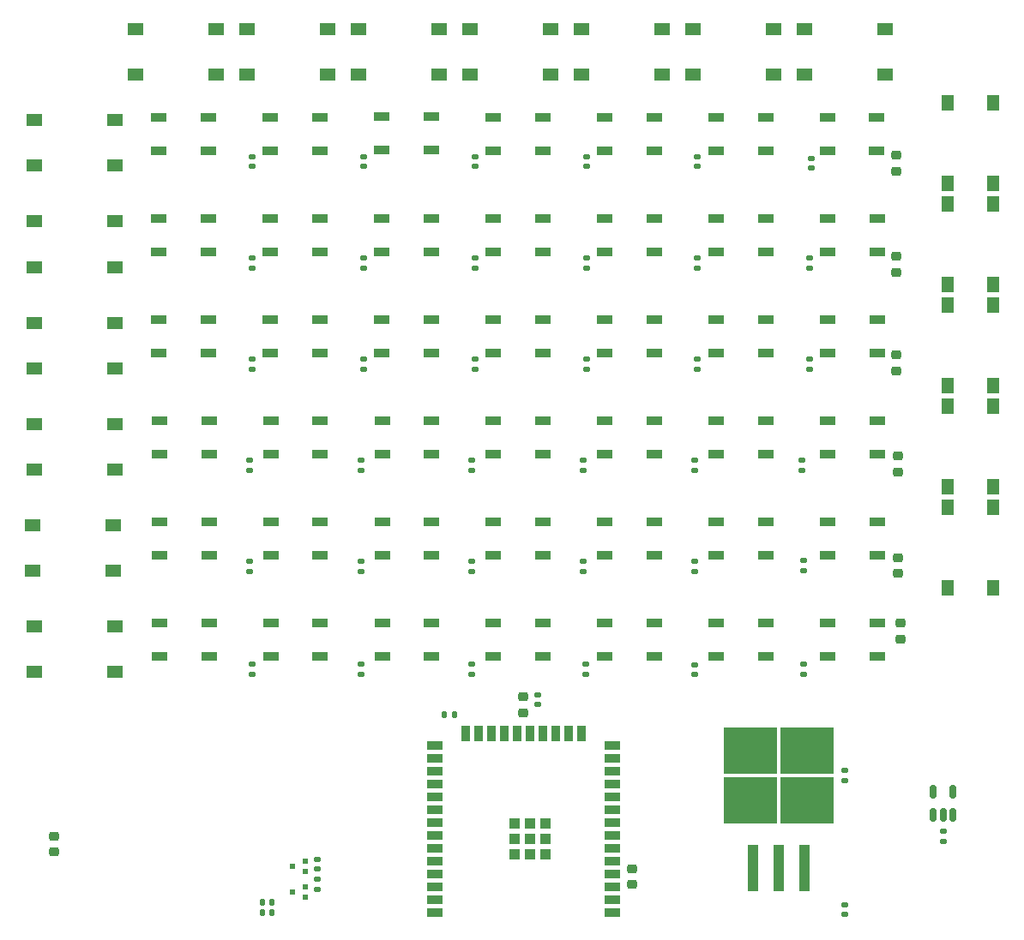
<source format=gtp>
G04 #@! TF.GenerationSoftware,KiCad,Pcbnew,(6.0.8)*
G04 #@! TF.CreationDate,2022-12-11T20:38:51-08:00*
G04 #@! TF.ProjectId,EveryDayCalendarSingleMonth,45766572-7944-4617-9943-616c656e6461,rev?*
G04 #@! TF.SameCoordinates,Original*
G04 #@! TF.FileFunction,Paste,Top*
G04 #@! TF.FilePolarity,Positive*
%FSLAX46Y46*%
G04 Gerber Fmt 4.6, Leading zero omitted, Abs format (unit mm)*
G04 Created by KiCad (PCBNEW (6.0.8)) date 2022-12-11 20:38:51*
%MOMM*%
%LPD*%
G01*
G04 APERTURE LIST*
G04 Aperture macros list*
%AMRoundRect*
0 Rectangle with rounded corners*
0 $1 Rounding radius*
0 $2 $3 $4 $5 $6 $7 $8 $9 X,Y pos of 4 corners*
0 Add a 4 corners polygon primitive as box body*
4,1,4,$2,$3,$4,$5,$6,$7,$8,$9,$2,$3,0*
0 Add four circle primitives for the rounded corners*
1,1,$1+$1,$2,$3*
1,1,$1+$1,$4,$5*
1,1,$1+$1,$6,$7*
1,1,$1+$1,$8,$9*
0 Add four rect primitives between the rounded corners*
20,1,$1+$1,$2,$3,$4,$5,0*
20,1,$1+$1,$4,$5,$6,$7,0*
20,1,$1+$1,$6,$7,$8,$9,0*
20,1,$1+$1,$8,$9,$2,$3,0*%
G04 Aperture macros list end*
%ADD10RoundRect,0.147500X0.172500X-0.147500X0.172500X0.147500X-0.172500X0.147500X-0.172500X-0.147500X0*%
%ADD11R,1.500000X0.900000*%
%ADD12R,1.550000X1.300000*%
%ADD13R,1.300000X1.550000*%
%ADD14RoundRect,0.147500X-0.172500X0.147500X-0.172500X-0.147500X0.172500X-0.147500X0.172500X0.147500X0*%
%ADD15R,0.900000X1.500000*%
%ADD16R,1.050000X1.050000*%
%ADD17RoundRect,0.218750X-0.256250X0.218750X-0.256250X-0.218750X0.256250X-0.218750X0.256250X0.218750X0*%
%ADD18R,0.600000X0.500000*%
%ADD19RoundRect,0.147500X-0.147500X-0.172500X0.147500X-0.172500X0.147500X0.172500X-0.147500X0.172500X0*%
%ADD20RoundRect,0.218750X0.256250X-0.218750X0.256250X0.218750X-0.256250X0.218750X-0.256250X-0.218750X0*%
%ADD21RoundRect,0.147500X0.147500X0.172500X-0.147500X0.172500X-0.147500X-0.172500X0.147500X-0.172500X0*%
%ADD22RoundRect,0.150000X0.150000X-0.512500X0.150000X0.512500X-0.150000X0.512500X-0.150000X-0.512500X0*%
%ADD23R,5.250000X4.550000*%
%ADD24R,1.100000X4.600000*%
G04 APERTURE END LIST*
D10*
G04 #@! TO.C,C8*
X74250000Y-97335000D03*
X74250000Y-96365000D03*
G04 #@! TD*
G04 #@! TO.C,C21*
X96511250Y-77335000D03*
X96511250Y-76365000D03*
G04 #@! TD*
D11*
G04 #@! TO.C,DAY13*
X125211250Y-65750000D03*
X125211250Y-62450000D03*
X120311250Y-62450000D03*
X120311250Y-65750000D03*
G04 #@! TD*
G04 #@! TO.C,DAY27*
X125262500Y-85750000D03*
X125262500Y-82450000D03*
X120362500Y-82450000D03*
X120362500Y-85750000D03*
G04 #@! TD*
G04 #@! TO.C,DAY40*
X114262500Y-105750000D03*
X114262500Y-102450000D03*
X109362500Y-102450000D03*
X109362500Y-105750000D03*
G04 #@! TD*
D12*
G04 #@! TO.C,SW_DAY6*
X125975000Y-43750000D03*
X118025000Y-43750000D03*
X125975000Y-48250000D03*
X118025000Y-48250000D03*
G04 #@! TD*
G04 #@! TO.C,SW_DAY3*
X92975000Y-43750000D03*
X85025000Y-43750000D03*
X85025000Y-48250000D03*
X92975000Y-48250000D03*
G04 #@! TD*
D10*
G04 #@! TO.C,C41*
X128823750Y-87335000D03*
X128823750Y-86365000D03*
G04 #@! TD*
G04 #@! TO.C,C36*
X118250000Y-107500000D03*
X118250000Y-106530000D03*
G04 #@! TD*
D11*
G04 #@! TO.C,DAY1*
X70211250Y-55750000D03*
X70211250Y-52450000D03*
X65311250Y-52450000D03*
X65311250Y-55750000D03*
G04 #@! TD*
D13*
G04 #@! TO.C,NEXT1*
X143225000Y-91025000D03*
X143225000Y-98975000D03*
X147725000Y-98975000D03*
X147725000Y-91025000D03*
G04 #@! TD*
D11*
G04 #@! TO.C,DAY10*
X92211250Y-65750000D03*
X92211250Y-62450000D03*
X87311250Y-62450000D03*
X87311250Y-65750000D03*
G04 #@! TD*
D14*
G04 #@! TO.C,C2*
X133000000Y-130272500D03*
X133000000Y-131242500D03*
G04 #@! TD*
D11*
G04 #@! TO.C,DAY2*
X81211250Y-55750000D03*
X81211250Y-52450000D03*
X76311250Y-52450000D03*
X76311250Y-55750000D03*
G04 #@! TD*
D10*
G04 #@! TO.C,C13*
X85511250Y-57335000D03*
X85511250Y-56365000D03*
G04 #@! TD*
D12*
G04 #@! TO.C,SW_WEEK3*
X60975000Y-72750000D03*
X53025000Y-72750000D03*
X60975000Y-77250000D03*
X53025000Y-77250000D03*
G04 #@! TD*
D10*
G04 #@! TO.C,C38*
X129697500Y-57485000D03*
X129697500Y-56515000D03*
G04 #@! TD*
D11*
G04 #@! TO.C,DAY22*
X70262500Y-85750000D03*
X70262500Y-82450000D03*
X65362500Y-82450000D03*
X65362500Y-85750000D03*
G04 #@! TD*
D10*
G04 #@! TO.C,C23*
X96250000Y-97320000D03*
X96250000Y-96350000D03*
G04 #@! TD*
D13*
G04 #@! TO.C,PREV1*
X143225000Y-81025000D03*
X143225000Y-88975000D03*
X147725000Y-81025000D03*
X147725000Y-88975000D03*
G04 #@! TD*
D11*
G04 #@! TO.C,DAY34*
X125262500Y-95750000D03*
X125262500Y-92450000D03*
X120362500Y-92450000D03*
X120362500Y-95750000D03*
G04 #@! TD*
G04 #@! TO.C,U_CPU1*
X110070000Y-131077500D03*
X110070000Y-129807500D03*
X110070000Y-128537500D03*
X110070000Y-127267500D03*
X110070000Y-125997500D03*
X110070000Y-124727500D03*
X110070000Y-123457500D03*
X110070000Y-122187500D03*
X110070000Y-120917500D03*
X110070000Y-119647500D03*
X110070000Y-118377500D03*
X110070000Y-117107500D03*
X110070000Y-115837500D03*
X110070000Y-114567500D03*
D15*
X107030000Y-113317500D03*
X105760000Y-113317500D03*
X104490000Y-113317500D03*
X103220000Y-113317500D03*
X101950000Y-113317500D03*
X100680000Y-113317500D03*
X99410000Y-113317500D03*
X98140000Y-113317500D03*
X96870000Y-113317500D03*
X95600000Y-113317500D03*
D11*
X92570000Y-114567500D03*
X92570000Y-115837500D03*
X92570000Y-117107500D03*
X92570000Y-118377500D03*
X92570000Y-119647500D03*
X92570000Y-120917500D03*
X92570000Y-122187500D03*
X92570000Y-123457500D03*
X92570000Y-124727500D03*
X92570000Y-125997500D03*
X92570000Y-127267500D03*
X92570000Y-128537500D03*
X92570000Y-129807500D03*
X92570000Y-131077500D03*
D16*
X100475000Y-123737500D03*
X102000000Y-123737500D03*
X100475000Y-125262500D03*
X102000000Y-125262500D03*
X103525000Y-123737500D03*
X102000000Y-122212500D03*
X103525000Y-122212500D03*
X103525000Y-125262500D03*
X100475000Y-122212500D03*
G04 #@! TD*
D10*
G04 #@! TO.C,C39*
X129585000Y-67335000D03*
X129585000Y-66365000D03*
G04 #@! TD*
G04 #@! TO.C,C32*
X118511250Y-67335000D03*
X118511250Y-66365000D03*
G04 #@! TD*
D11*
G04 #@! TO.C,DAY8*
X70211250Y-65750000D03*
X70211250Y-62450000D03*
X65311250Y-62450000D03*
X65311250Y-65750000D03*
G04 #@! TD*
D12*
G04 #@! TO.C,SW_DAY7*
X129025000Y-43750000D03*
X136975000Y-43750000D03*
X136975000Y-48250000D03*
X129025000Y-48250000D03*
G04 #@! TD*
D13*
G04 #@! TO.C,WIN1*
X143225000Y-51025000D03*
X143225000Y-58975000D03*
X147725000Y-51025000D03*
X147725000Y-58975000D03*
G04 #@! TD*
D11*
G04 #@! TO.C,DAY11*
X103211250Y-65750000D03*
X103211250Y-62450000D03*
X98311250Y-62450000D03*
X98311250Y-65750000D03*
G04 #@! TD*
D10*
G04 #@! TO.C,C28*
X107250000Y-87335000D03*
X107250000Y-86365000D03*
G04 #@! TD*
D17*
G04 #@! TO.C,ROW2*
X138135000Y-66212500D03*
X138135000Y-67787500D03*
G04 #@! TD*
D10*
G04 #@! TO.C,C24*
X96250000Y-107485000D03*
X96250000Y-106515000D03*
G04 #@! TD*
D11*
G04 #@! TO.C,DAY37*
X81262500Y-105750000D03*
X81262500Y-102450000D03*
X76362500Y-102450000D03*
X76362500Y-105750000D03*
G04 #@! TD*
G04 #@! TO.C,DAY4*
X103211250Y-55750000D03*
X103211250Y-52450000D03*
X98311250Y-52450000D03*
X98311250Y-55750000D03*
G04 #@! TD*
D10*
G04 #@! TO.C,C35*
X118250000Y-97335000D03*
X118250000Y-96365000D03*
G04 #@! TD*
G04 #@! TO.C,C3*
X129000000Y-97235000D03*
X129000000Y-96265000D03*
G04 #@! TD*
D18*
G04 #@! TO.C,Q2*
X79800000Y-129500000D03*
X79800000Y-128500000D03*
X78500000Y-129000000D03*
G04 #@! TD*
D19*
G04 #@! TO.C,R3*
X93515000Y-111500000D03*
X94485000Y-111500000D03*
G04 #@! TD*
D11*
G04 #@! TO.C,DAY21*
X136285000Y-75750000D03*
X136285000Y-72450000D03*
X131385000Y-72450000D03*
X131385000Y-75750000D03*
G04 #@! TD*
G04 #@! TO.C,DAY3*
X92211250Y-55700000D03*
X92211250Y-52400000D03*
X87311250Y-52400000D03*
X87311250Y-55700000D03*
G04 #@! TD*
G04 #@! TO.C,DAY38*
X92262500Y-105750000D03*
X92262500Y-102450000D03*
X87362500Y-102450000D03*
X87362500Y-105750000D03*
G04 #@! TD*
D10*
G04 #@! TO.C,C7*
X74250000Y-87335000D03*
X74250000Y-86365000D03*
G04 #@! TD*
G04 #@! TO.C,C27*
X107511250Y-77335000D03*
X107511250Y-76365000D03*
G04 #@! TD*
G04 #@! TO.C,C29*
X107250000Y-97335000D03*
X107250000Y-96365000D03*
G04 #@! TD*
G04 #@! TO.C,C4*
X74511250Y-57335000D03*
X74511250Y-56365000D03*
G04 #@! TD*
D20*
G04 #@! TO.C,C10*
X112000000Y-128287500D03*
X112000000Y-126712500D03*
G04 #@! TD*
D10*
G04 #@! TO.C,C18*
X85250000Y-107470000D03*
X85250000Y-106500000D03*
G04 #@! TD*
G04 #@! TO.C,C25*
X107511250Y-57335000D03*
X107511250Y-56365000D03*
G04 #@! TD*
G04 #@! TO.C,C31*
X118511250Y-57335000D03*
X118511250Y-56365000D03*
G04 #@! TD*
D17*
G04 #@! TO.C,C1*
X55000000Y-123462500D03*
X55000000Y-125037500D03*
G04 #@! TD*
D21*
G04 #@! TO.C,C43*
X76485000Y-131000000D03*
X75515000Y-131000000D03*
G04 #@! TD*
D10*
G04 #@! TO.C,R4*
X81000000Y-128735000D03*
X81000000Y-127765000D03*
G04 #@! TD*
D20*
G04 #@! TO.C,D1*
X101250000Y-111287500D03*
X101250000Y-109712500D03*
G04 #@! TD*
D17*
G04 #@! TO.C,ROW6*
X138500000Y-102462500D03*
X138500000Y-104037500D03*
G04 #@! TD*
D10*
G04 #@! TO.C,C34*
X118250000Y-87335000D03*
X118250000Y-86365000D03*
G04 #@! TD*
D11*
G04 #@! TO.C,DAY24*
X92262500Y-85750000D03*
X92262500Y-82450000D03*
X87362500Y-82450000D03*
X87362500Y-85750000D03*
G04 #@! TD*
D18*
G04 #@! TO.C,Q1*
X79800000Y-127000000D03*
X79800000Y-126000000D03*
X78500000Y-126500000D03*
G04 #@! TD*
D14*
G04 #@! TO.C,C11*
X133000000Y-117015000D03*
X133000000Y-117985000D03*
G04 #@! TD*
D11*
G04 #@! TO.C,DAY20*
X125211250Y-75750000D03*
X125211250Y-72450000D03*
X120311250Y-72450000D03*
X120311250Y-75750000D03*
G04 #@! TD*
G04 #@! TO.C,DAY41*
X125262500Y-105750000D03*
X125262500Y-102450000D03*
X120362500Y-102450000D03*
X120362500Y-105750000D03*
G04 #@! TD*
G04 #@! TO.C,DAY33*
X114262500Y-95750000D03*
X114262500Y-92450000D03*
X109362500Y-92450000D03*
X109362500Y-95750000D03*
G04 #@! TD*
D10*
G04 #@! TO.C,C19*
X96511250Y-57335000D03*
X96511250Y-56365000D03*
G04 #@! TD*
D14*
G04 #@! TO.C,R5*
X81000000Y-125765000D03*
X81000000Y-126735000D03*
G04 #@! TD*
D17*
G04 #@! TO.C,ROW1*
X138135000Y-56212500D03*
X138135000Y-57787500D03*
G04 #@! TD*
D10*
G04 #@! TO.C,C5*
X74511250Y-67335000D03*
X74511250Y-66365000D03*
G04 #@! TD*
D13*
G04 #@! TO.C,WIN2*
X143225000Y-68975000D03*
X143225000Y-61025000D03*
X147725000Y-68975000D03*
X147725000Y-61025000D03*
G04 #@! TD*
D11*
G04 #@! TO.C,DAY31*
X92262500Y-95750000D03*
X92262500Y-92450000D03*
X87362500Y-92450000D03*
X87362500Y-95750000D03*
G04 #@! TD*
D10*
G04 #@! TO.C,C30*
X107500000Y-107485000D03*
X107500000Y-106515000D03*
G04 #@! TD*
D11*
G04 #@! TO.C,DAY32*
X103262500Y-95750000D03*
X103262500Y-92450000D03*
X98362500Y-92450000D03*
X98362500Y-95750000D03*
G04 #@! TD*
D17*
G04 #@! TO.C,ROW3*
X138135000Y-75962500D03*
X138135000Y-77537500D03*
G04 #@! TD*
D11*
G04 #@! TO.C,DAY17*
X92211250Y-75750000D03*
X92211250Y-72450000D03*
X87311250Y-72450000D03*
X87311250Y-75750000D03*
G04 #@! TD*
G04 #@! TO.C,DAY30*
X81262500Y-95750000D03*
X81262500Y-92450000D03*
X76362500Y-92450000D03*
X76362500Y-95750000D03*
G04 #@! TD*
G04 #@! TO.C,DAY25*
X103262500Y-85750000D03*
X103262500Y-82450000D03*
X98362500Y-82450000D03*
X98362500Y-85750000D03*
G04 #@! TD*
G04 #@! TO.C,DAY14*
X136285000Y-65750000D03*
X136285000Y-62450000D03*
X131385000Y-62450000D03*
X131385000Y-65750000D03*
G04 #@! TD*
D12*
G04 #@! TO.C,SW_DAY2*
X81975000Y-43750000D03*
X74025000Y-43750000D03*
X74025000Y-48250000D03*
X81975000Y-48250000D03*
G04 #@! TD*
D11*
G04 #@! TO.C,DAY7*
X136211250Y-55750000D03*
X136211250Y-52450000D03*
X131311250Y-52450000D03*
X131311250Y-55750000D03*
G04 #@! TD*
D10*
G04 #@! TO.C,C9*
X74500000Y-107485000D03*
X74500000Y-106515000D03*
G04 #@! TD*
D21*
G04 #@! TO.C,R6*
X76485000Y-130000000D03*
X75515000Y-130000000D03*
G04 #@! TD*
D11*
G04 #@! TO.C,DAY36*
X70262500Y-105750000D03*
X70262500Y-102450000D03*
X65362500Y-102450000D03*
X65362500Y-105750000D03*
G04 #@! TD*
D12*
G04 #@! TO.C,SW_DAY1*
X70975000Y-43750000D03*
X63025000Y-43750000D03*
X70975000Y-48250000D03*
X63025000Y-48250000D03*
G04 #@! TD*
D11*
G04 #@! TO.C,DAY23*
X81262500Y-85750000D03*
X81262500Y-82450000D03*
X76362500Y-82450000D03*
X76362500Y-85750000D03*
G04 #@! TD*
D12*
G04 #@! TO.C,SW_WEEK6*
X53025000Y-102750000D03*
X60975000Y-102750000D03*
X53025000Y-107250000D03*
X60975000Y-107250000D03*
G04 #@! TD*
D11*
G04 #@! TO.C,DAY9*
X81211250Y-65750000D03*
X81211250Y-62450000D03*
X76311250Y-62450000D03*
X76311250Y-65750000D03*
G04 #@! TD*
G04 #@! TO.C,DAY26*
X114262500Y-85750000D03*
X114262500Y-82450000D03*
X109362500Y-82450000D03*
X109362500Y-85750000D03*
G04 #@! TD*
G04 #@! TO.C,DAY42*
X136262500Y-105750000D03*
X136262500Y-102450000D03*
X131362500Y-102450000D03*
X131362500Y-105750000D03*
G04 #@! TD*
G04 #@! TO.C,DAY15*
X70211250Y-75750000D03*
X70211250Y-72450000D03*
X65311250Y-72450000D03*
X65311250Y-75750000D03*
G04 #@! TD*
D22*
G04 #@! TO.C,U1*
X141800000Y-121387500D03*
X142750000Y-121387500D03*
X143700000Y-121387500D03*
X143700000Y-119112500D03*
X141800000Y-119112500D03*
G04 #@! TD*
D11*
G04 #@! TO.C,DAY16*
X81211250Y-75750000D03*
X81211250Y-72450000D03*
X76311250Y-72450000D03*
X76311250Y-75750000D03*
G04 #@! TD*
D10*
G04 #@! TO.C,C33*
X118511250Y-77335000D03*
X118511250Y-76365000D03*
G04 #@! TD*
G04 #@! TO.C,C22*
X96250000Y-87335000D03*
X96250000Y-86365000D03*
G04 #@! TD*
D11*
G04 #@! TO.C,DAY35*
X136262500Y-95750000D03*
X136262500Y-92450000D03*
X131362500Y-92450000D03*
X131362500Y-95750000D03*
G04 #@! TD*
G04 #@! TO.C,DAY6*
X125211250Y-55750000D03*
X125211250Y-52450000D03*
X120311250Y-52450000D03*
X120311250Y-55750000D03*
G04 #@! TD*
D12*
G04 #@! TO.C,SW_WEEK5*
X60775000Y-92750000D03*
X52825000Y-92750000D03*
X52825000Y-97250000D03*
X60775000Y-97250000D03*
G04 #@! TD*
G04 #@! TO.C,SW_WEEK4*
X53025000Y-82750000D03*
X60975000Y-82750000D03*
X60975000Y-87250000D03*
X53025000Y-87250000D03*
G04 #@! TD*
D11*
G04 #@! TO.C,DAY39*
X103262500Y-105750000D03*
X103262500Y-102450000D03*
X98362500Y-102450000D03*
X98362500Y-105750000D03*
G04 #@! TD*
D12*
G04 #@! TO.C,SW_DAY5*
X114975000Y-43750000D03*
X107025000Y-43750000D03*
X114975000Y-48250000D03*
X107025000Y-48250000D03*
G04 #@! TD*
D11*
G04 #@! TO.C,DAY5*
X114211250Y-55750000D03*
X114211250Y-52450000D03*
X109311250Y-52450000D03*
X109311250Y-55750000D03*
G04 #@! TD*
D10*
G04 #@! TO.C,C40*
X129585000Y-77335000D03*
X129585000Y-76365000D03*
G04 #@! TD*
D17*
G04 #@! TO.C,ROW5*
X138250000Y-95962500D03*
X138250000Y-97537500D03*
G04 #@! TD*
D10*
G04 #@! TO.C,C14*
X85511250Y-67335000D03*
X85511250Y-66365000D03*
G04 #@! TD*
G04 #@! TO.C,C6*
X74511250Y-77335000D03*
X74511250Y-76365000D03*
G04 #@! TD*
D11*
G04 #@! TO.C,DAY19*
X114211250Y-75750000D03*
X114211250Y-72450000D03*
X109311250Y-72450000D03*
X109311250Y-75750000D03*
G04 #@! TD*
D10*
G04 #@! TO.C,C17*
X85250000Y-97335000D03*
X85250000Y-96365000D03*
G04 #@! TD*
D11*
G04 #@! TO.C,DAY28*
X136262500Y-85712500D03*
X136262500Y-82412500D03*
X131362500Y-82412500D03*
X131362500Y-85712500D03*
G04 #@! TD*
D10*
G04 #@! TO.C,C26*
X107511250Y-67335000D03*
X107511250Y-66365000D03*
G04 #@! TD*
D11*
G04 #@! TO.C,DAY12*
X114211250Y-65750000D03*
X114211250Y-62450000D03*
X109311250Y-62450000D03*
X109311250Y-65750000D03*
G04 #@! TD*
D10*
G04 #@! TO.C,R1*
X142750000Y-123985000D03*
X142750000Y-123015000D03*
G04 #@! TD*
D12*
G04 #@! TO.C,SW_WEEK2*
X53025000Y-62750000D03*
X60975000Y-62750000D03*
X53025000Y-67250000D03*
X60975000Y-67250000D03*
G04 #@! TD*
D14*
G04 #@! TO.C,R2*
X102750000Y-109515000D03*
X102750000Y-110485000D03*
G04 #@! TD*
D12*
G04 #@! TO.C,SW_DAY4*
X103975000Y-43750000D03*
X96025000Y-43750000D03*
X103975000Y-48250000D03*
X96025000Y-48250000D03*
G04 #@! TD*
D10*
G04 #@! TO.C,C16*
X85250000Y-87335000D03*
X85250000Y-86365000D03*
G04 #@! TD*
D13*
G04 #@! TO.C,MODE1*
X143225000Y-71025000D03*
X143225000Y-78975000D03*
X147725000Y-78975000D03*
X147725000Y-71025000D03*
G04 #@! TD*
D10*
G04 #@! TO.C,C15*
X85511250Y-77335000D03*
X85511250Y-76365000D03*
G04 #@! TD*
G04 #@! TO.C,C12*
X129000000Y-107485000D03*
X129000000Y-106515000D03*
G04 #@! TD*
D23*
G04 #@! TO.C,U_POWER1*
X129275000Y-119925000D03*
X129275000Y-115075000D03*
X123725000Y-115075000D03*
X123725000Y-119925000D03*
D24*
X123960000Y-126650000D03*
X126500000Y-126650000D03*
X129040000Y-126650000D03*
G04 #@! TD*
D10*
G04 #@! TO.C,C20*
X96511250Y-67335000D03*
X96511250Y-66365000D03*
G04 #@! TD*
D12*
G04 #@! TO.C,SW_WEEK1*
X53025000Y-52750000D03*
X60975000Y-52750000D03*
X60975000Y-57250000D03*
X53025000Y-57250000D03*
G04 #@! TD*
D17*
G04 #@! TO.C,ROW4*
X138250000Y-85925000D03*
X138250000Y-87500000D03*
G04 #@! TD*
D11*
G04 #@! TO.C,DAY18*
X103211250Y-75750000D03*
X103211250Y-72450000D03*
X98311250Y-72450000D03*
X98311250Y-75750000D03*
G04 #@! TD*
G04 #@! TO.C,DAY29*
X70262500Y-95750000D03*
X70262500Y-92450000D03*
X65362500Y-92450000D03*
X65362500Y-95750000D03*
G04 #@! TD*
M02*

</source>
